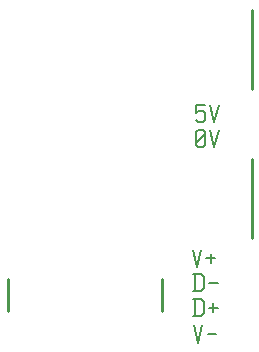
<source format=gbr>
G04 start of page 8 for group -4079 idx -4079 *
G04 Title: (unknown), topsilk *
G04 Creator: pcb 4.2.0 *
G04 CreationDate: Fri Mar 27 23:03:46 2020 UTC *
G04 For: blinken *
G04 Format: Gerber/RS-274X *
G04 PCB-Dimensions (mm): 65.00 56.00 *
G04 PCB-Coordinate-Origin: lower left *
%MOMM*%
%FSLAX43Y43*%
%LNTOPSILK*%
%ADD59C,0.150*%
%ADD58C,0.254*%
G54D58*X16100Y30550D02*Y27800D01*
X3050Y30550D02*Y27800D01*
G54D59*X18700Y32984D02*X19066Y31521D01*
X19432Y32984D01*
X19870Y32253D02*X20602D01*
X20236Y32618D02*Y31887D01*
X18933Y30934D02*Y29471D01*
X19408Y30934D02*X19664Y30678D01*
Y29727D01*
X19408Y29471D02*X19664Y29727D01*
X18750Y29471D02*X19408D01*
X18750Y30934D02*X19408D01*
X20103Y30203D02*X20835D01*
X18800Y26584D02*X19166Y25121D01*
X19532Y26584D01*
X19970Y25853D02*X20702D01*
X18933Y28834D02*Y27371D01*
X19408Y28834D02*X19664Y28578D01*
Y27627D01*
X19408Y27371D02*X19664Y27627D01*
X18750Y27371D02*X19408D01*
X18750Y28834D02*X19408D01*
X20103Y28103D02*X20835D01*
X20469Y28468D02*Y27737D01*
X19000Y45284D02*X19732D01*
X19000D02*Y44553D01*
X19183Y44736D01*
X19549D01*
X19732Y44553D01*
Y44004D01*
X19549Y43821D02*X19732Y44004D01*
X19183Y43821D02*X19549D01*
X19000Y44004D02*X19183Y43821D01*
X20170Y45284D02*X20536Y43821D01*
X20902Y45284D01*
X19000Y41854D02*X19183Y41671D01*
X19000Y42951D02*Y41854D01*
Y42951D02*X19183Y43134D01*
X19549D01*
X19732Y42951D01*
Y41854D01*
X19549Y41671D02*X19732Y41854D01*
X19183Y41671D02*X19549D01*
X19000Y42037D02*X19732Y42768D01*
X20170Y43134D02*X20536Y41671D01*
X20902Y43134D01*
G54D58*X23700Y40700D02*Y34000D01*
Y53300D02*Y46600D01*
M02*

</source>
